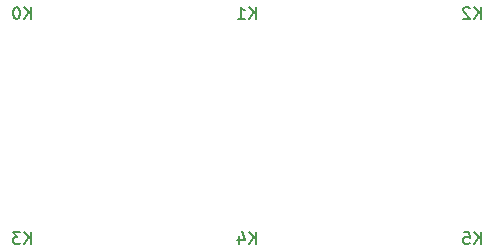
<source format=gbr>
G04 #@! TF.GenerationSoftware,KiCad,Pcbnew,(5.1.4)-1*
G04 #@! TF.CreationDate,2019-08-25T22:56:09+01:00*
G04 #@! TF.ProjectId,pcb,7063622e-6b69-4636-9164-5f7063625858,rev?*
G04 #@! TF.SameCoordinates,Original*
G04 #@! TF.FileFunction,Legend,Bot*
G04 #@! TF.FilePolarity,Positive*
%FSLAX46Y46*%
G04 Gerber Fmt 4.6, Leading zero omitted, Abs format (unit mm)*
G04 Created by KiCad (PCBNEW (5.1.4)-1) date 2019-08-25 22:56:09*
%MOMM*%
%LPD*%
G04 APERTURE LIST*
%ADD10C,0.200000*%
G04 APERTURE END LIST*
D10*
X46458095Y-75890380D02*
X46458095Y-74890380D01*
X45886666Y-75890380D02*
X46315238Y-75318952D01*
X45886666Y-74890380D02*
X46458095Y-75461809D01*
X45267619Y-74890380D02*
X45172380Y-74890380D01*
X45077142Y-74938000D01*
X45029523Y-74985619D01*
X44981904Y-75080857D01*
X44934285Y-75271333D01*
X44934285Y-75509428D01*
X44981904Y-75699904D01*
X45029523Y-75795142D01*
X45077142Y-75842761D01*
X45172380Y-75890380D01*
X45267619Y-75890380D01*
X45362857Y-75842761D01*
X45410476Y-75795142D01*
X45458095Y-75699904D01*
X45505714Y-75509428D01*
X45505714Y-75271333D01*
X45458095Y-75080857D01*
X45410476Y-74985619D01*
X45362857Y-74938000D01*
X45267619Y-74890380D01*
X65508095Y-75890380D02*
X65508095Y-74890380D01*
X64936666Y-75890380D02*
X65365238Y-75318952D01*
X64936666Y-74890380D02*
X65508095Y-75461809D01*
X63984285Y-75890380D02*
X64555714Y-75890380D01*
X64270000Y-75890380D02*
X64270000Y-74890380D01*
X64365238Y-75033238D01*
X64460476Y-75128476D01*
X64555714Y-75176095D01*
X84558095Y-75890380D02*
X84558095Y-74890380D01*
X83986666Y-75890380D02*
X84415238Y-75318952D01*
X83986666Y-74890380D02*
X84558095Y-75461809D01*
X83605714Y-74985619D02*
X83558095Y-74938000D01*
X83462857Y-74890380D01*
X83224761Y-74890380D01*
X83129523Y-74938000D01*
X83081904Y-74985619D01*
X83034285Y-75080857D01*
X83034285Y-75176095D01*
X83081904Y-75318952D01*
X83653333Y-75890380D01*
X83034285Y-75890380D01*
X46458095Y-94940380D02*
X46458095Y-93940380D01*
X45886666Y-94940380D02*
X46315238Y-94368952D01*
X45886666Y-93940380D02*
X46458095Y-94511809D01*
X45553333Y-93940380D02*
X44934285Y-93940380D01*
X45267619Y-94321333D01*
X45124761Y-94321333D01*
X45029523Y-94368952D01*
X44981904Y-94416571D01*
X44934285Y-94511809D01*
X44934285Y-94749904D01*
X44981904Y-94845142D01*
X45029523Y-94892761D01*
X45124761Y-94940380D01*
X45410476Y-94940380D01*
X45505714Y-94892761D01*
X45553333Y-94845142D01*
X65508095Y-94940380D02*
X65508095Y-93940380D01*
X64936666Y-94940380D02*
X65365238Y-94368952D01*
X64936666Y-93940380D02*
X65508095Y-94511809D01*
X64079523Y-94273714D02*
X64079523Y-94940380D01*
X64317619Y-93892761D02*
X64555714Y-94607047D01*
X63936666Y-94607047D01*
X84558095Y-94940380D02*
X84558095Y-93940380D01*
X83986666Y-94940380D02*
X84415238Y-94368952D01*
X83986666Y-93940380D02*
X84558095Y-94511809D01*
X83081904Y-93940380D02*
X83558095Y-93940380D01*
X83605714Y-94416571D01*
X83558095Y-94368952D01*
X83462857Y-94321333D01*
X83224761Y-94321333D01*
X83129523Y-94368952D01*
X83081904Y-94416571D01*
X83034285Y-94511809D01*
X83034285Y-94749904D01*
X83081904Y-94845142D01*
X83129523Y-94892761D01*
X83224761Y-94940380D01*
X83462857Y-94940380D01*
X83558095Y-94892761D01*
X83605714Y-94845142D01*
M02*

</source>
